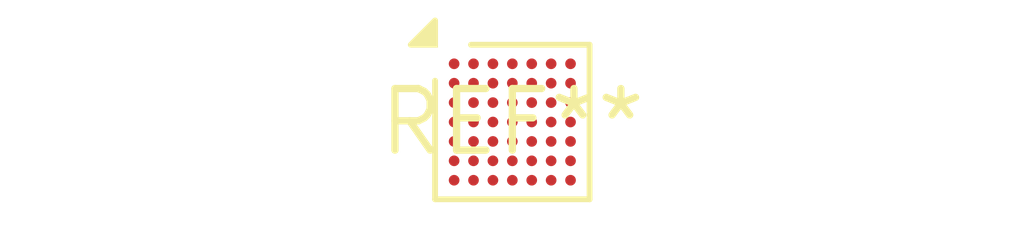
<source format=kicad_pcb>
(kicad_pcb (version 20240108) (generator pcbnew)
  (layers (0 "F.Cu" signal) (31 "B.Cu" signal) (34 "B.Paste" user) (35 "F.Paste" user) (36 "B.SilkS" user "B.Silkscreen") (37 "F.SilkS" user "F.Silkscreen") (38 "B.Mask" user) (39 "F.Mask" user) (44 "Edge.Cuts" user))
  (net 0 "")
  (footprint "ST_WLCSP-49_Die423" (layer "F.Cu") (at 0 0)
    (property "Reference" "REF**")
    (property "Value" "ST_WLCSP-49_Die423")
    (fp_line (start -1.5925 1.5925) (end -1.5925 -0.85125) (layer "F.SilkS") (stroke (width 0.12)))
    (fp_line (start -0.85125 -1.5925) (end 1.5925 -1.5925) (layer "F.SilkS") (stroke (width 0.12)))
    (fp_line (start 1.5925 -1.5925) (end 1.5925 1.5925) (layer "F.SilkS") (stroke (width 0.12)))
    (fp_line (start 1.5925 1.5925) (end -1.5925 1.5925) (layer "F.SilkS") (stroke (width 0.12)))
    (fp_poly (pts (xy -1.5925 -1.5925) (xy -2.0925 -1.5925) (xy -1.5925 -2.0925) (xy -1.5925 -1.5925)) (layer "F.SilkS") (stroke (width 0.12)) (fill solid))
    (pad "A1" smd circle (at -1.2 -1.2) (size 0.22 0.22) (property pad_prop_bga) (layers "F.Cu" "F.Paste" "F.Mask"))
    (pad "A2" smd circle (at -0.8 -1.2) (size 0.22 0.22) (property pad_prop_bga) (layers "F.Cu" "F.Paste" "F.Mask"))
    (pad "A3" smd circle (at -0.4 -1.2) (size 0.22 0.22) (property pad_prop_bga) (layers "F.Cu" "F.Paste" "F.Mask"))
    (pad "A4" smd circle (at 0 -1.2) (size 0.22 0.22) (property pad_prop_bga) (layers "F.Cu" "F.Paste" "F.Mask"))
    (pad "A5" smd circle (at 0.4 -1.2) (size 0.22 0.22) (property pad_prop_bga) (layers "F.Cu" "F.Paste" "F.Mask"))
    (pad "A6" smd circle (at 0.8 -1.2) (size 0.22 0.22) (property pad_prop_bga) (layers "F.Cu" "F.Paste" "F.Mask"))
    (pad "A7" smd circle (at 1.2 -1.2) (size 0.22 0.22) (property pad_prop_bga) (layers "F.Cu" "F.Paste" "F.Mask"))
    (pad "B1" smd circle (at -1.2 -0.8) (size 0.22 0.22) (property pad_prop_bga) (layers "F.Cu" "F.Paste" "F.Mask"))
    (pad "B2" smd circle (at -0.8 -0.8) (size 0.22 0.22) (property pad_prop_bga) (layers "F.Cu" "F.Paste" "F.Mask"))
    (pad "B3" smd circle (at -0.4 -0.8) (size 0.22 0.22) (property pad_prop_bga) (layers "F.Cu" "F.Paste" "F.Mask"))
    (pad "B4" smd circle (at 0 -0.8) (size 0.22 0.22) (property pad_prop_bga) (layers "F.Cu" "F.Paste" "F.Mask"))
    (pad "B5" smd circle (at 0.4 -0.8) (size 0.22 0.22) (property pad_prop_bga) (layers "F.Cu" "F.Paste" "F.Mask"))
    (pad "B6" smd circle (at 0.8 -0.8) (size 0.22 0.22) (property pad_prop_bga) (layers "F.Cu" "F.Paste" "F.Mask"))
    (pad "B7" smd circle (at 1.2 -0.8) (size 0.22 0.22) (property pad_prop_bga) (layers "F.Cu" "F.Paste" "F.Mask"))
    (pad "C1" smd circle (at -1.2 -0.4) (size 0.22 0.22) (property pad_prop_bga) (layers "F.Cu" "F.Paste" "F.Mask"))
    (pad "C2" smd circle (at -0.8 -0.4) (size 0.22 0.22) (property pad_prop_bga) (layers "F.Cu" "F.Paste" "F.Mask"))
    (pad "C3" smd circle (at -0.4 -0.4) (size 0.22 0.22) (property pad_prop_bga) (layers "F.Cu" "F.Paste" "F.Mask"))
    (pad "C4" smd circle (at 0 -0.4) (size 0.22 0.22) (property pad_prop_bga) (layers "F.Cu" "F.Paste" "F.Mask"))
    (pad "C5" smd circle (at 0.4 -0.4) (size 0.22 0.22) (property pad_prop_bga) (layers "F.Cu" "F.Paste" "F.Mask"))
    (pad "C6" smd circle (at 0.8 -0.4) (size 0.22 0.22) (property pad_prop_bga) (layers "F.Cu" "F.Paste" "F.Mask"))
    (pad "C7" smd circle (at 1.2 -0.4) (size 0.22 0.22) (property pad_prop_bga) (layers "F.Cu" "F.Paste" "F.Mask"))
    (pad "D1" smd circle (at -1.2 0) (size 0.22 0.22) (property pad_prop_bga) (layers "F.Cu" "F.Paste" "F.Mask"))
    (pad "D2" smd circle (at -0.8 0) (size 0.22 0.22) (property pad_prop_bga) (layers "F.Cu" "F.Paste" "F.Mask"))
    (pad "D3" smd circle (at -0.4 0) (size 0.22 0.22) (property pad_prop_bga) (layers "F.Cu" "F.Paste" "F.Mask"))
    (pad "D4" smd circle (at 0 0) (size 0.22 0.22) (property pad_prop_bga) (layers "F.Cu" "F.Paste" "F.Mask"))
    (pad "D5" smd circle (at 0.4 0) (size 0.22 0.22) (property pad_prop_bga) (layers "F.Cu" "F.Paste" "F.Mask"))
    (pad "D6" smd circle (at 0.8 0) (size 0.22 0.22) (property pad_prop_bga) (layers "F.Cu" "F.Paste" "F.Mask"))
    (pad "D7" smd circle (at 1.2 0) (size 0.22 0.22) (property pad_prop_bga) (layers "F.Cu" "F.Paste" "F.Mask"))
    (pad "E1" smd circle (at -1.2 0.4) (size 0.22 0.22) (property pad_prop_bga) (layers "F.Cu" "F.Paste" "F.Mask"))
    (pad "E2" smd circle (at -0.8 0.4) (size 0.22 0.22) (property pad_prop_bga) (layers "F.Cu" "F.Paste" "F.Mask"))
    (pad "E3" smd circle (at -0.4 0.4) (size 0.22 0.22) (property pad_prop_bga) (layers "F.Cu" "F.Paste" "F.Mask"))
    (pad "E4" smd circle (at 0 0.4) (size 0.22 0.22) (property pad_prop_bga) (layers "F.Cu" "F.Paste" "F.Mask"))
    (pad "E5" smd circle (at 0.4 0.4) (size 0.22 0.22) (property pad_prop_bga) (layers "F.Cu" "F.Paste" "F.Mask"))
    (pad "E6" smd circle (at 0.8 0.4) (size 0.22 0.22) (property pad_prop_bga) (layers "F.Cu" "F.Paste" "F.Mask"))
    (pad "E7" smd circle (at 1.2 0.4) (size 0.22 0.22) (property pad_prop_bga) (layers "F.Cu" "F.Paste" "F.Mask"))
    (pad "F1" smd circle (at -1.2 0.8) (size 0.22 0.22) (property pad_prop_bga) (layers "F.Cu" "F.Paste" "F.Mask"))
    (pad "F2" smd circle (at -0.8 0.8) (size 0.22 0.22) (property pad_prop_bga) (layers "F.Cu" "F.Paste" "F.Mask"))
    (pad "F3" smd circle (at -0.4 0.8) (size 0.22 0.22) (property pad_prop_bga) (layers "F.Cu" "F.Paste" "F.Mask"))
    (pad "F4" smd circle (at 0 0.8) (size 0.22 0.22) (property pad_prop_bga) (layers "F.Cu" "F.Paste" "F.Mask"))
    (pad "F5" smd circle (at 0.4 0.8) (size 0.22 0.22) (property pad_prop_bga) (layers "F.Cu" "F.Paste" "F.Mask"))
    (pad "F6" smd circle (at 0.8 0.8) (size 0.22 0.22) (property pad_prop_bga) (layers "F.Cu" "F.Paste" "F.Mask"))
    (pad "F7" smd circle (at 1.2 0.8) (size 0.22 0.22) (property pad_prop_bga) (layers "F.Cu" "F.Paste" "F.Mask"))
    (pad "G1" smd circle (at -1.2 1.2) (size 0.22 0.22) (property pad_prop_bga) (layers "F.Cu" "F.Paste" "F.Mask"))
    (pad "G2" smd circle (at -0.8 1.2) (size 0.22 0.22) (property pad_prop_bga) (layers "F.Cu" "F.Paste" "F.Mask"))
    (pad "G3" smd circle (at -0.4 1.2) (size 0.22 0.22) (property pad_prop_bga) (layers "F.Cu" "F.Paste" "F.Mask"))
    (pad "G4" smd circle (at 0 1.2) (size 0.22 0.22) (property pad_prop_bga) (layers "F.Cu" "F.Paste" "F.Mask"))
    (pad "G5" smd circle (at 0.4 1.2) (size 0.22 0.22) (property pad_prop_bga) (layers "F.Cu" "F.Paste" "F.Mask"))
    (pad "G6" smd circle (at 0.8 1.2) (size 0.22 0.22) (property pad_prop_bga) (layers "F.Cu" "F.Paste" "F.Mask"))
    (pad "G7" smd circle (at 1.2 1.2) (size 0.22 0.22) (property pad_prop_bga) (layers "F.Cu" "F.Paste" "F.Mask"))
  )
)
</source>
